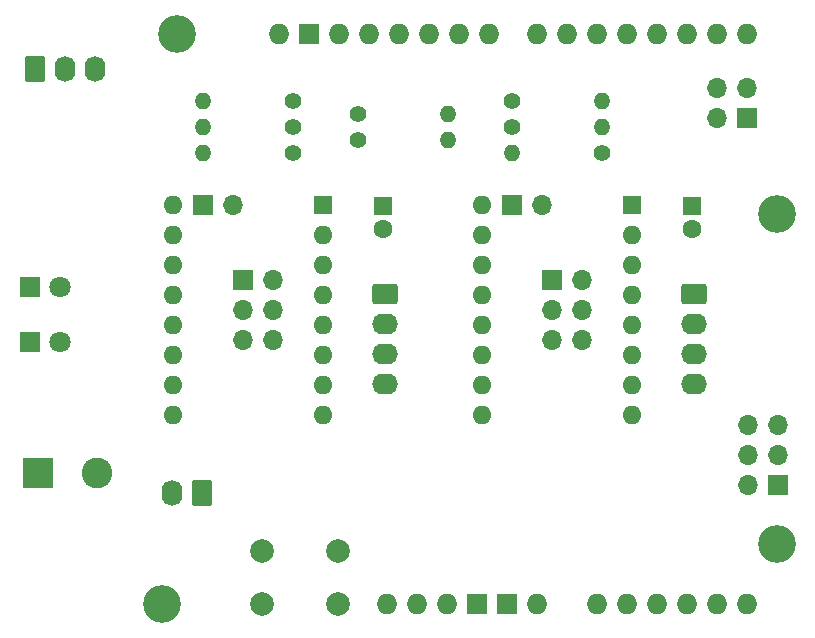
<source format=gbr>
%TF.GenerationSoftware,KiCad,Pcbnew,(6.0.9)*%
%TF.CreationDate,2024-05-17T13:17:35+09:00*%
%TF.ProjectId,DrawingBot-shield,44726177-696e-4674-926f-742d73686965,rev?*%
%TF.SameCoordinates,PX280b770PYa6e49c0*%
%TF.FileFunction,Soldermask,Top*%
%TF.FilePolarity,Negative*%
%FSLAX46Y46*%
G04 Gerber Fmt 4.6, Leading zero omitted, Abs format (unit mm)*
G04 Created by KiCad (PCBNEW (6.0.9)) date 2024-05-17 13:17:35*
%MOMM*%
%LPD*%
G01*
G04 APERTURE LIST*
G04 Aperture macros list*
%AMRoundRect*
0 Rectangle with rounded corners*
0 $1 Rounding radius*
0 $2 $3 $4 $5 $6 $7 $8 $9 X,Y pos of 4 corners*
0 Add a 4 corners polygon primitive as box body*
4,1,4,$2,$3,$4,$5,$6,$7,$8,$9,$2,$3,0*
0 Add four circle primitives for the rounded corners*
1,1,$1+$1,$2,$3*
1,1,$1+$1,$4,$5*
1,1,$1+$1,$6,$7*
1,1,$1+$1,$8,$9*
0 Add four rect primitives between the rounded corners*
20,1,$1+$1,$2,$3,$4,$5,0*
20,1,$1+$1,$4,$5,$6,$7,0*
20,1,$1+$1,$6,$7,$8,$9,0*
20,1,$1+$1,$8,$9,$2,$3,0*%
G04 Aperture macros list end*
%ADD10R,1.600000X1.600000*%
%ADD11C,1.600000*%
%ADD12C,1.400000*%
%ADD13O,1.400000X1.400000*%
%ADD14R,1.700000X1.700000*%
%ADD15O,1.700000X1.700000*%
%ADD16R,1.800000X1.800000*%
%ADD17C,1.800000*%
%ADD18C,2.600000*%
%ADD19R,2.600000X2.600000*%
%ADD20O,1.600000X1.600000*%
%ADD21C,3.200000*%
%ADD22O,1.727200X1.727200*%
%ADD23R,1.727200X1.727200*%
%ADD24O,2.190000X1.740000*%
%ADD25RoundRect,0.250000X-0.845000X0.620000X-0.845000X-0.620000X0.845000X-0.620000X0.845000X0.620000X0*%
%ADD26RoundRect,0.250000X-0.620000X-0.845000X0.620000X-0.845000X0.620000X0.845000X-0.620000X0.845000X0*%
%ADD27O,1.740000X2.190000*%
%ADD28RoundRect,0.250000X0.620000X0.845000X-0.620000X0.845000X-0.620000X-0.845000X0.620000X-0.845000X0*%
%ADD29C,2.000000*%
G04 APERTURE END LIST*
D10*
%TO.C,C1*%
X32686000Y36253112D03*
D11*
X32686000Y34253112D03*
%TD*%
D12*
%TO.C,R6*%
X43608000Y42918000D03*
D13*
X51228000Y42918000D03*
%TD*%
D14*
%TO.C,J10*%
X43618000Y36290000D03*
D15*
X46158000Y36290000D03*
%TD*%
D14*
%TO.C,J4*%
X63499881Y43677000D03*
D15*
X60959881Y43677000D03*
X63499881Y46217000D03*
X60959881Y46217000D03*
%TD*%
D14*
%TO.C,J6*%
X20805000Y29925000D03*
D15*
X23345000Y29925000D03*
X20805000Y27385000D03*
X23345000Y27385000D03*
X20805000Y24845000D03*
X23345000Y24845000D03*
%TD*%
D16*
%TO.C,D1*%
X2795000Y24700000D03*
D17*
X5335000Y24700000D03*
%TD*%
D13*
%TO.C,R7*%
X38220000Y44000000D03*
D12*
X30600000Y44000000D03*
%TD*%
%TO.C,R4*%
X43608000Y45108000D03*
D13*
X51228000Y45108000D03*
%TD*%
D12*
%TO.C,R5*%
X51228000Y40728000D03*
D13*
X43608000Y40728000D03*
%TD*%
D14*
%TO.C,J5*%
X66085000Y12635000D03*
D15*
X63545000Y12635000D03*
X66085000Y15175000D03*
X63545000Y15175000D03*
X66085000Y17715000D03*
X63545000Y17715000D03*
%TD*%
D18*
%TO.C,J1*%
X8480000Y13650000D03*
D19*
X3480000Y13650000D03*
%TD*%
D12*
%TO.C,R1*%
X25052000Y42918000D03*
D13*
X17432000Y42918000D03*
%TD*%
D10*
%TO.C,A2*%
X27602000Y36290000D03*
D20*
X27602000Y33750000D03*
X27602000Y31210000D03*
X27602000Y28670000D03*
X27602000Y26130000D03*
X27602000Y23590000D03*
X27602000Y21050000D03*
X27602000Y18510000D03*
X14902000Y18510000D03*
X14902000Y21050000D03*
X14902000Y23590000D03*
X14902000Y26130000D03*
X14902000Y28670000D03*
X14902000Y31210000D03*
X14902000Y33750000D03*
X14902000Y36290000D03*
%TD*%
D12*
%TO.C,R3*%
X25052000Y40728000D03*
D13*
X17432000Y40728000D03*
%TD*%
D12*
%TO.C,R8*%
X30600000Y41800000D03*
D13*
X38220000Y41800000D03*
%TD*%
D14*
%TO.C,J7*%
X17442000Y36290000D03*
D15*
X19982000Y36290000D03*
%TD*%
D14*
%TO.C,J9*%
X46955000Y29925000D03*
D15*
X49495000Y29925000D03*
X46955000Y27385000D03*
X49495000Y27385000D03*
X46955000Y24845000D03*
X49495000Y24845000D03*
%TD*%
D10*
%TO.C,A3*%
X53778000Y36290000D03*
D20*
X53778000Y33750000D03*
X53778000Y31210000D03*
X53778000Y28670000D03*
X53778000Y26130000D03*
X53778000Y23590000D03*
X53778000Y21050000D03*
X53778000Y18510000D03*
X41078000Y18510000D03*
X41078000Y21050000D03*
X41078000Y23590000D03*
X41078000Y26130000D03*
X41078000Y28670000D03*
X41078000Y31210000D03*
X41078000Y33750000D03*
X41078000Y36290000D03*
%TD*%
D21*
%TO.C,A1*%
X66039881Y7610000D03*
X66039881Y35550000D03*
X13969881Y2530000D03*
X15239881Y50790000D03*
D22*
X35559881Y2530000D03*
X38099881Y2530000D03*
X50799881Y2530000D03*
X53339881Y2530000D03*
X55879881Y2530000D03*
X58419881Y2530000D03*
X60959881Y2530000D03*
X63499881Y2530000D03*
X23875881Y50790000D03*
X63499881Y50790000D03*
X60959881Y50790000D03*
X58419881Y50790000D03*
X55879881Y50790000D03*
X53339881Y50790000D03*
X50799881Y50790000D03*
X48259881Y50790000D03*
X45719881Y50790000D03*
X41655881Y50790000D03*
X39115881Y50790000D03*
X36575881Y50790000D03*
X34035881Y50790000D03*
X31495881Y50790000D03*
X28955881Y50790000D03*
D23*
X26415881Y50790000D03*
X40639881Y2530000D03*
X43179881Y2530000D03*
D22*
X33019881Y2530000D03*
X45719881Y2530000D03*
%TD*%
D10*
%TO.C,C2*%
X58848000Y36253112D03*
D11*
X58848000Y34253112D03*
%TD*%
D24*
%TO.C,J11*%
X58980000Y21168000D03*
X58980000Y23708000D03*
X58980000Y26248000D03*
D25*
X58980000Y28788000D03*
%TD*%
D26*
%TO.C,J3*%
X3240000Y47780000D03*
D27*
X5780000Y47780000D03*
X8320000Y47780000D03*
%TD*%
%TO.C,J2*%
X14790000Y11920000D03*
D28*
X17330000Y11920000D03*
%TD*%
D29*
%TO.C,SW1*%
X22410000Y2530000D03*
X28910000Y2530000D03*
X22410000Y7030000D03*
X28910000Y7030000D03*
%TD*%
D12*
%TO.C,R2*%
X25052000Y45108000D03*
D13*
X17432000Y45108000D03*
%TD*%
D24*
%TO.C,J8*%
X32840000Y21190000D03*
X32840000Y23730000D03*
X32840000Y26270000D03*
D25*
X32840000Y28810000D03*
%TD*%
D16*
%TO.C,D2*%
X2805000Y29340000D03*
D17*
X5345000Y29340000D03*
%TD*%
M02*

</source>
